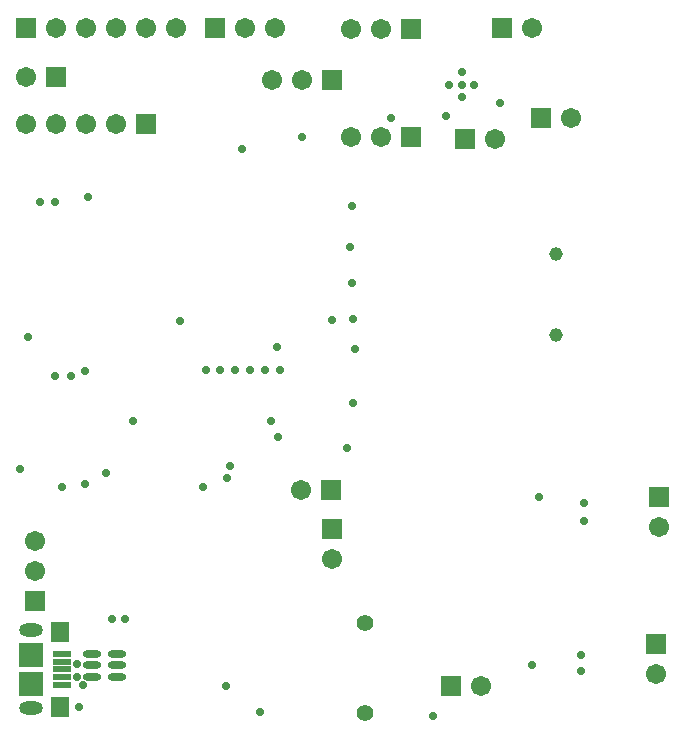
<source format=gbs>
%FSTAX23Y23*%
%MOIN*%
%SFA1B1*%

%IPPOS*%
%ADD64R,0.067060X0.067060*%
%ADD65C,0.067060*%
%ADD66C,0.045400*%
%ADD67R,0.067060X0.067060*%
%ADD68C,0.027690*%
%ADD69O,0.078870X0.043430*%
%ADD70C,0.055240*%
%ADD89O,0.061150X0.025720*%
%ADD90R,0.061150X0.023750*%
%ADD91R,0.063120X0.070990*%
%ADD92R,0.082800X0.082800*%
%LNsolears_v1-1*%
%LPD*%
G54D64*
X01065Y0342D03*
X02781Y0312D03*
X0248Y01225D03*
X02526Y0305D03*
X02346Y03415D03*
X02651Y0342D03*
X01695D03*
X02346Y03055D03*
X02085Y03245D03*
X0208Y0188D03*
X01465Y031D03*
X01165Y03255D03*
G54D65*
X01165Y0342D03*
X01265D03*
X01365D03*
X01465D03*
X01565D03*
X02881Y0312D03*
X02085Y0165D03*
X0258Y01225D03*
X02626Y0305D03*
X01095Y0171D03*
Y0161D03*
X02246Y03415D03*
X02146D03*
X02751Y0342D03*
X01795D03*
X01895D03*
X02246Y03055D03*
X02146D03*
X03165Y01265D03*
X01985Y03245D03*
X01885D03*
X0198Y0188D03*
X03175Y01755D03*
X01065Y031D03*
X01165D03*
X01265D03*
X01365D03*
X01065Y03255D03*
G54D66*
X0283Y02397D03*
Y02665D03*
G54D67*
X02085Y0175D03*
X01095Y0151D03*
X03165Y01365D03*
X03175Y01855D03*
G54D68*
X01079Y01151D03*
Y01411D03*
X01985Y03055D03*
X01239Y01155D03*
X01905Y02055D03*
X0188Y0211D03*
X02465Y03125D03*
X0142Y0211D03*
X01845Y0114D03*
X0173Y01225D03*
X0127Y02855D03*
X02645Y0317D03*
X0228Y0312D03*
X01785Y03015D03*
X02135Y0202D03*
X02155Y0217D03*
X0216Y0235D03*
X02155Y0245D03*
X0215Y0257D03*
X02145Y0269D03*
X0215Y02825D03*
X02085Y02445D03*
X01577Y02442D03*
X019Y02355D03*
X0126Y02275D03*
X0107Y0239D03*
X0242Y01125D03*
X01045Y0195D03*
X0186Y0228D03*
X0181D03*
X0191D03*
X0176D03*
X01665D03*
X0171D03*
X01735Y0192D03*
X0133Y01935D03*
X01745Y0196D03*
X01655Y0189D03*
X0126Y019D03*
X01185Y0189D03*
X0111Y0284D03*
X0116D03*
X0135Y0145D03*
X01395D03*
X01215Y0226D03*
X0116D03*
X02925Y01775D03*
Y01835D03*
X02775Y01855D03*
X02912Y0133D03*
X02915Y01275D03*
X0275Y01295D03*
X01255Y0123D03*
X01235Y013D03*
Y01255D03*
X02516Y03188D03*
Y03271D03*
X02475Y0323D03*
X02557D03*
X02516D03*
G54D69*
X01079Y01151D03*
Y01411D03*
G54D70*
X02195Y01435D03*
Y01135D03*
G54D89*
X01367Y01332D03*
Y01295D03*
Y01257D03*
X01282Y01332D03*
Y01295D03*
Y01257D03*
G54D90*
X01185Y0123D03*
Y01255D03*
Y01281D03*
Y01306D03*
Y01332D03*
G54D91*
X01176Y01155D03*
Y01407D03*
G54D92*
X01079Y01233D03*
Y01328D03*
M02*
</source>
